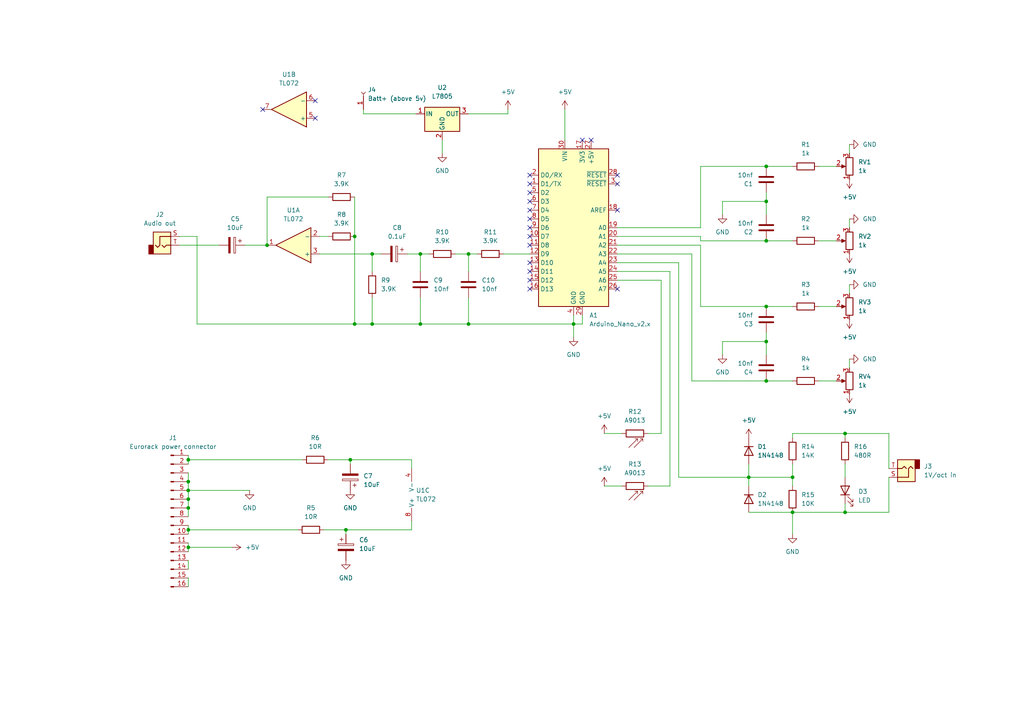
<source format=kicad_sch>
(kicad_sch (version 20211123) (generator eeschema)
  (paper "A4")
  (title_block (title "Mozzi Arduino Nano osc plateform") (date "2023-03-20") (rev "1.0") (company "made by e-garbage") (comment 1 "inspired by Hagiwo"))
  (lib_symbols
    (symbol "Amplifier_Operational:TL072" (pin_names (offset 0.127))
      (property "Reference" "U" (at 0 5.08 0))
      (property "Value" "TL072" (at 0 -5.08 0))
      (symbol "TL072_1_1"
        (polyline (pts (xy -5.08 5.08) (xy 5.08 0) (xy -5.08 -5.08) (xy -5.08 5.08)) (stroke (width 0.254)) (fill (type background)))
        (pin output line (at 7.62 0 180) (length 2.54) (name "~") (number "1"))
        (pin input line (at -7.62 -2.54 0) (length 2.54) (name "-") (number "2"))
        (pin input line (at -7.62 2.54 0) (length 2.54) (name "+") (number "3"))
      )
      (symbol "TL072_2_1"
        (polyline (pts (xy -5.08 5.08) (xy 5.08 0) (xy -5.08 -5.08) (xy -5.08 5.08)) (stroke (width 0.254)) (fill (type background)))
        (pin input line (at -7.62 2.54 0) (length 2.54) (name "+") (number "5"))
        (pin input line (at -7.62 -2.54 0) (length 2.54) (name "-") (number "6"))
        (pin output line (at 7.62 0 180) (length 2.54) (name "~") (number "7"))
      )
      (symbol "TL072_3_1"
        (pin power_in line (at -2.54 -7.62 90) (length 3.81) (name "V-") (number "4"))
        (pin power_in line (at -2.54 7.62 270) (length 3.81) (name "V+") (number "8"))
      )
    )
    (symbol "Connector:AudioJack2"
      (property "Reference" "J" (at 0 8.89 0))
      (property "Value" "AudioJack2" (at 0 6.35 0))
      (symbol "AudioJack2_0_1"
        (rectangle (start -3.81 0) (end -2.54 -2.54) (stroke (width 0.254)) (fill (type outline)))
        (rectangle (start -2.54 3.81) (end 2.54 -2.54) (stroke (width 0.254)) (fill (type background)))
        (polyline (pts (xy 0 0) (xy 0.635 -0.635) (xy 1.27 0) (xy 2.54 0)) (stroke (width 0.254)))
        (polyline (pts (xy 2.54 2.54) (xy -0.635 2.54) (xy -0.635 0) (xy -1.27 -0.635) (xy -1.905 0)) (stroke (width 0.254)))
      )
      (symbol "AudioJack2_1_1"
        (pin passive line (at 5.08 2.54 180) (length 2.54) (name "~") (number "S"))
        (pin passive line (at 5.08 0 180) (length 2.54) (name "~") (number "T"))
      )
    )
    (symbol "Connector:Conn_01x01_Female" (pin_names (offset 1.016) hide)
      (property "Reference" "J" (at 0 2.54 0))
      (property "Value" "Conn_01x01_Female" (at 0 -2.54 0))
      (symbol "Conn_01x01_Female_1_1"
        (polyline (pts (xy -1.27 0) (xy -0.508 0)) (stroke (width 0.1524)))
        (arc (start 0 0.508) (mid -0.508 0) (end 0 -0.508) (stroke (width 0.1524)))
        (pin passive line (at -5.08 0 0) (length 3.81) (name "Pin_1") (number "1"))
      )
    )
    (symbol "Connector:Conn_01x16_Male" (pin_names (offset 1.016) hide)
      (property "Reference" "J" (at 0 20.32 0))
      (property "Value" "Conn_01x16_Male" (at 0 -22.86 0))
      (symbol "Conn_01x16_Male_1_1"
        (polyline (pts (xy 1.27 -20.32) (xy 0.8636 -20.32)) (stroke (width 0.1524)))
        (polyline (pts (xy 1.27 -17.78) (xy 0.8636 -17.78)) (stroke (width 0.1524)))
        (polyline (pts (xy 1.27 -15.24) (xy 0.8636 -15.24)) (stroke (width 0.1524)))
        (polyline (pts (xy 1.27 -12.7) (xy 0.8636 -12.7)) (stroke (width 0.1524)))
        (polyline (pts (xy 1.27 -10.16) (xy 0.8636 -10.16)) (stroke (width 0.1524)))
        (polyline (pts (xy 1.27 -7.62) (xy 0.8636 -7.62)) (stroke (width 0.1524)))
        (polyline (pts (xy 1.27 -5.08) (xy 0.8636 -5.08)) (stroke (width 0.1524)))
        (polyline (pts (xy 1.27 -2.54) (xy 0.8636 -2.54)) (stroke (width 0.1524)))
        (polyline (pts (xy 1.27 0) (xy 0.8636 0)) (stroke (width 0.1524)))
        (polyline (pts (xy 1.27 2.54) (xy 0.8636 2.54)) (stroke (width 0.1524)))
        (polyline (pts (xy 1.27 5.08) (xy 0.8636 5.08)) (stroke (width 0.1524)))
        (polyline (pts (xy 1.27 7.62) (xy 0.8636 7.62)) (stroke (width 0.1524)))
        (polyline (pts (xy 1.27 10.16) (xy 0.8636 10.16)) (stroke (width 0.1524)))
        (polyline (pts (xy 1.27 12.7) (xy 0.8636 12.7)) (stroke (width 0.1524)))
        (polyline (pts (xy 1.27 15.24) (xy 0.8636 15.24)) (stroke (width 0.1524)))
        (polyline (pts (xy 1.27 17.78) (xy 0.8636 17.78)) (stroke (width 0.1524)))
        (rectangle (start 0.8636 -20.193) (end 0 -20.447) (stroke (width 0.1524)) (fill (type outline)))
        (rectangle (start 0.8636 -17.653) (end 0 -17.907) (stroke (width 0.1524)) (fill (type outline)))
        (rectangle (start 0.8636 -15.113) (end 0 -15.367) (stroke (width 0.1524)) (fill (type outline)))
        (rectangle (start 0.8636 -12.573) (end 0 -12.827) (stroke (width 0.1524)) (fill (type outline)))
        (rectangle (start 0.8636 -10.033) (end 0 -10.287) (stroke (width 0.1524)) (fill (type outline)))
        (rectangle (start 0.8636 -7.493) (end 0 -7.747) (stroke (width 0.1524)) (fill (type outline)))
        (rectangle (start 0.8636 -4.953) (end 0 -5.207) (stroke (width 0.1524)) (fill (type outline)))
        (rectangle (start 0.8636 -2.413) (end 0 -2.667) (stroke (width 0.1524)) (fill (type outline)))
        (rectangle (start 0.8636 0.127) (end 0 -0.127) (stroke (width 0.1524)) (fill (type outline)))
        (rectangle (start 0.8636 2.667) (end 0 2.413) (stroke (width 0.1524)) (fill (type outline)))
        (rectangle (start 0.8636 5.207) (end 0 4.953) (stroke (width 0.1524)) (fill (type outline)))
        (rectangle (start 0.8636 7.747) (end 0 7.493) (stroke (width 0.1524)) (fill (type outline)))
        (rectangle (start 0.8636 10.287) (end 0 10.033) (stroke (width 0.1524)) (fill (type outline)))
        (rectangle (start 0.8636 12.827) (end 0 12.573) (stroke (width 0.1524)) (fill (type outline)))
        (rectangle (start 0.8636 15.367) (end 0 15.113) (stroke (width 0.1524)) (fill (type outline)))
        (rectangle (start 0.8636 17.907) (end 0 17.653) (stroke (width 0.1524)) (fill (type outline)))
        (pin passive line (at 5.08 17.78 180) (length 3.81) (name "Pin_1") (number "1"))
        (pin passive line (at 5.08 -5.08 180) (length 3.81) (name "Pin_10") (number "10"))
        (pin passive line (at 5.08 -7.62 180) (length 3.81) (name "Pin_11") (number "11"))
        (pin passive line (at 5.08 -10.16 180) (length 3.81) (name "Pin_12") (number "12"))
        (pin passive line (at 5.08 -12.7 180) (length 3.81) (name "Pin_13") (number "13"))
        (pin passive line (at 5.08 -15.24 180) (length 3.81) (name "Pin_14") (number "14"))
        (pin passive line (at 5.08 -17.78 180) (length 3.81) (name "Pin_15") (number "15"))
        (pin passive line (at 5.08 -20.32 180) (length 3.81) (name "Pin_16") (number "16"))
        (pin passive line (at 5.08 15.24 180) (length 3.81) (name "Pin_2") (number "2"))
        (pin passive line (at 5.08 12.7 180) (length 3.81) (name "Pin_3") (number "3"))
        (pin passive line (at 5.08 10.16 180) (length 3.81) (name "Pin_4") (number "4"))
        (pin passive line (at 5.08 7.62 180) (length 3.81) (name "Pin_5") (number "5"))
        (pin passive line (at 5.08 5.08 180) (length 3.81) (name "Pin_6") (number "6"))
        (pin passive line (at 5.08 2.54 180) (length 3.81) (name "Pin_7") (number "7"))
        (pin passive line (at 5.08 0 180) (length 3.81) (name "Pin_8") (number "8"))
        (pin passive line (at 5.08 -2.54 180) (length 3.81) (name "Pin_9") (number "9"))
      )
    )
    (symbol "Device:C" (pin_numbers hide) (pin_names (offset 0.254))
      (property "Reference" "C" (at 0.635 2.54 0))
      (property "Value" "C" (at 0.635 -2.54 0))
      (symbol "C_0_1"
        (polyline (pts (xy -2.032 -0.762) (xy 2.032 -0.762)) (stroke (width 0.508)))
        (polyline (pts (xy -2.032 0.762) (xy 2.032 0.762)) (stroke (width 0.508)))
      )
      (symbol "C_1_1"
        (pin passive line (at 0 3.81 270) (length 2.794) (name "~") (number "1"))
        (pin passive line (at 0 -3.81 90) (length 2.794) (name "~") (number "2"))
      )
    )
    (symbol "Device:C_Polarized" (pin_numbers hide) (pin_names (offset 0.254))
      (property "Reference" "C" (at 0.635 2.54 0))
      (property "Value" "C_Polarized" (at 0.635 -2.54 0))
      (symbol "C_Polarized_0_1"
        (rectangle (start -2.286 0.508) (end 2.286 1.016))
        (polyline (pts (xy -1.778 2.286) (xy -0.762 2.286)))
        (polyline (pts (xy -1.27 2.794) (xy -1.27 1.778)))
        (rectangle (start 2.286 -0.508) (end -2.286 -1.016) (fill (type outline)))
      )
      (symbol "C_Polarized_1_1"
        (pin passive line (at 0 3.81 270) (length 2.794) (name "~") (number "1"))
        (pin passive line (at 0 -3.81 90) (length 2.794) (name "~") (number "2"))
      )
    )
    (symbol "Device:LED" (pin_numbers hide) (pin_names (offset 1.016) hide)
      (property "Reference" "D" (at 0 2.54 0))
      (property "Value" "LED" (at 0 -2.54 0))
      (symbol "LED_0_1"
        (polyline (pts (xy -1.27 -1.27) (xy -1.27 1.27)) (stroke (width 0.254)))
        (polyline (pts (xy -1.27 0) (xy 1.27 0)))
        (polyline (pts (xy 1.27 -1.27) (xy 1.27 1.27) (xy -1.27 0) (xy 1.27 -1.27)) (stroke (width 0.254)))
        (polyline (pts (xy -3.048 -0.762) (xy -4.572 -2.286) (xy -3.81 -2.286) (xy -4.572 -2.286) (xy -4.572 -1.524)))
        (polyline (pts (xy -1.778 -0.762) (xy -3.302 -2.286) (xy -2.54 -2.286) (xy -3.302 -2.286) (xy -3.302 -1.524)))
      )
      (symbol "LED_1_1"
        (pin passive line (at -3.81 0 0) (length 2.54) (name "K") (number "1"))
        (pin passive line (at 3.81 0 180) (length 2.54) (name "A") (number "2"))
      )
    )
    (symbol "Device:R" (pin_numbers hide) (pin_names (offset 0))
      (property "Reference" "R" (at 2.032 0 90))
      (property "Value" "R" (at 0 0 90))
      (symbol "R_0_1"
        (rectangle (start -1.016 -2.54) (end 1.016 2.54) (stroke (width 0.254)))
      )
      (symbol "R_1_1"
        (pin passive line (at 0 3.81 270) (length 1.27) (name "~") (number "1"))
        (pin passive line (at 0 -3.81 90) (length 1.27) (name "~") (number "2"))
      )
    )
    (symbol "Device:R_Potentiometer" (pin_names (offset 1.016) hide)
      (property "Reference" "RV" (at -4.445 0 90))
      (property "Value" "R_Potentiometer" (at -2.54 0 90))
      (symbol "R_Potentiometer_0_1"
        (polyline (pts (xy 2.54 0) (xy 1.524 0)))
        (polyline (pts (xy 1.143 0) (xy 2.286 0.508) (xy 2.286 -0.508) (xy 1.143 0)) (fill (type outline)))
        (rectangle (start 1.016 2.54) (end -1.016 -2.54) (stroke (width 0.254)))
      )
      (symbol "R_Potentiometer_1_1"
        (pin passive line (at 0 3.81 270) (length 1.27) (name "1") (number "1"))
        (pin passive line (at 3.81 0 180) (length 1.27) (name "2") (number "2"))
        (pin passive line (at 0 -3.81 90) (length 1.27) (name "3") (number "3"))
      )
    )
    (symbol "Diode:1N4148" (pin_numbers hide) (pin_names hide)
      (property "Reference" "D" (at 0 2.54 0))
      (property "Value" "1N4148" (at 0 -2.54 0))
      (symbol "1N4148_0_1"
        (polyline (pts (xy -1.27 1.27) (xy -1.27 -1.27)) (stroke (width 0.254)))
        (polyline (pts (xy 1.27 0) (xy -1.27 0)))
        (polyline (pts (xy 1.27 1.27) (xy 1.27 -1.27) (xy -1.27 0) (xy 1.27 1.27)) (stroke (width 0.254)))
      )
      (symbol "1N4148_1_1"
        (pin passive line (at -3.81 0 0) (length 2.54) (name "K") (number "1"))
        (pin passive line (at 3.81 0 180) (length 2.54) (name "A") (number "2"))
      )
    )
    (symbol "MCU_Module:Arduino_Nano_v2.x"
      (property "Reference" "A" (at -10.16 23.495 0))
      (property "Value" "Arduino_Nano_v2.x" (at 5.08 -24.13 0))
      (symbol "Arduino_Nano_v2.x_0_1"
        (rectangle (start -10.16 22.86) (end 10.16 -22.86) (stroke (width 0.254)) (fill (type background)))
      )
      (symbol "Arduino_Nano_v2.x_1_1"
        (pin bidirectional line (at -12.7 12.7 0) (length 2.54) (name "D1/TX") (number "1"))
        (pin bidirectional line (at -12.7 -2.54 0) (length 2.54) (name "D7") (number "10"))
        (pin bidirectional line (at -12.7 -5.08 0) (length 2.54) (name "D8") (number "11"))
        (pin bidirectional line (at -12.7 -7.62 0) (length 2.54) (name "D9") (number "12"))
        (pin bidirectional line (at -12.7 -10.16 0) (length 2.54) (name "D10") (number "13"))
        (pin bidirectional line (at -12.7 -12.7 0) (length 2.54) (name "D11") (number "14"))
        (pin bidirectional line (at -12.7 -15.24 0) (length 2.54) (name "D12") (number "15"))
        (pin bidirectional line (at -12.7 -17.78 0) (length 2.54) (name "D13") (number "16"))
        (pin power_out line (at 2.54 25.4 270) (length 2.54) (name "3V3") (number "17"))
        (pin input line (at 12.7 5.08 180) (length 2.54) (name "AREF") (number "18"))
        (pin bidirectional line (at 12.7 0 180) (length 2.54) (name "A0") (number "19"))
        (pin bidirectional line (at -12.7 15.24 0) (length 2.54) (name "D0/RX") (number "2"))
        (pin bidirectional line (at 12.7 -2.54 180) (length 2.54) (name "A1") (number "20"))
        (pin bidirectional line (at 12.7 -5.08 180) (length 2.54) (name "A2") (number "21"))
        (pin bidirectional line (at 12.7 -7.62 180) (length 2.54) (name "A3") (number "22"))
        (pin bidirectional line (at 12.7 -10.16 180) (length 2.54) (name "A4") (number "23"))
        (pin bidirectional line (at 12.7 -12.7 180) (length 2.54) (name "A5") (number "24"))
        (pin bidirectional line (at 12.7 -15.24 180) (length 2.54) (name "A6") (number "25"))
        (pin bidirectional line (at 12.7 -17.78 180) (length 2.54) (name "A7") (number "26"))
        (pin power_out line (at 5.08 25.4 270) (length 2.54) (name "+5V") (number "27"))
        (pin input line (at 12.7 15.24 180) (length 2.54) (name "~{RESET}") (number "28"))
        (pin power_in line (at 2.54 -25.4 90) (length 2.54) (name "GND") (number "29"))
        (pin input line (at 12.7 12.7 180) (length 2.54) (name "~{RESET}") (number "3"))
        (pin power_in line (at -2.54 25.4 270) (length 2.54) (name "VIN") (number "30"))
        (pin power_in line (at 0 -25.4 90) (length 2.54) (name "GND") (number "4"))
        (pin bidirectional line (at -12.7 10.16 0) (length 2.54) (name "D2") (number "5"))
        (pin bidirectional line (at -12.7 7.62 0) (length 2.54) (name "D3") (number "6"))
        (pin bidirectional line (at -12.7 5.08 0) (length 2.54) (name "D4") (number "7"))
        (pin bidirectional line (at -12.7 2.54 0) (length 2.54) (name "D5") (number "8"))
        (pin bidirectional line (at -12.7 0 0) (length 2.54) (name "D6") (number "9"))
      )
    )
    (symbol "Regulator_Linear:L7805" (pin_names (offset 0.254))
      (property "Reference" "U" (at -3.81 3.175 0))
      (property "Value" "L7805" (at 0 3.175 0))
      (symbol "L7805_0_1"
        (rectangle (start -5.08 1.905) (end 5.08 -5.08) (stroke (width 0.254)) (fill (type background)))
      )
      (symbol "L7805_1_1"
        (pin power_in line (at -7.62 0 0) (length 2.54) (name "IN") (number "1"))
        (pin power_in line (at 0 -7.62 90) (length 2.54) (name "GND") (number "2"))
        (pin power_out line (at 7.62 0 180) (length 2.54) (name "OUT") (number "3"))
      )
    )
    (symbol "Sensor_Optical:A9013" (pin_numbers hide) (pin_names (offset 0))
      (property "Reference" "R" (at -5.08 0 90))
      (property "Value" "A9013" (at 1.905 0 90))
      (symbol "A9013_0_1"
        (rectangle (start -1.016 2.54) (end 1.016 -2.54) (stroke (width 0.254)))
        (polyline (pts (xy -1.524 -2.286) (xy -4.064 0.254)))
        (polyline (pts (xy -1.524 -2.286) (xy -2.286 -2.286)))
        (polyline (pts (xy -1.524 -2.286) (xy -1.524 -1.524)))
        (polyline (pts (xy -1.524 -0.762) (xy -4.064 1.778)))
        (polyline (pts (xy -1.524 -0.762) (xy -2.286 -0.762)))
        (polyline (pts (xy -1.524 -0.762) (xy -1.524 0)))
      )
      (symbol "A9013_1_1"
        (pin passive line (at 0 3.81 270) (length 1.27) (name "~") (number "1"))
        (pin passive line (at 0 -3.81 90) (length 1.27) (name "~") (number "2"))
      )
    )
    (symbol "power:+5V" (power) (pin_names (offset 0))
      (property "Value" "+5V" (at 0 3.556 0))
      (symbol "+5V_0_1"
        (polyline (pts (xy -0.762 1.27) (xy 0 2.54)))
        (polyline (pts (xy 0 0) (xy 0 2.54)))
        (polyline (pts (xy 0 2.54) (xy 0.762 1.27)))
      )
      (symbol "+5V_1_1"
        (pin power_in line (at 0 0 90) (length 0) hide (name "+5V") (number "1"))
      )
    )
    (symbol "power:GND" (power) (pin_names (offset 0))
      (property "Value" "GND" (at 0 -3.81 0))
      (symbol "GND_0_1"
        (polyline (pts (xy 0 0) (xy 0 -1.27) (xy 1.27 -1.27) (xy 0 -2.54) (xy -1.27 -1.27) (xy 0 -1.27)))
      )
      (symbol "GND_1_1"
        (pin power_in line (at 0 0 270) (length 0) hide (name "GND") (number "1"))
      )
    )
  )
  (junction (at 54.61 133.35))
  (junction (at 107.95 73.66))
  (junction (at 54.61 153.67))
  (junction (at 245.11 125.73))
  (junction (at 77.47 71.12))
  (junction (at 101.6 133.35))
  (junction (at 135.89 73.66))
  (junction (at 166.37 93.98))
  (junction (at 54.61 142.24))
  (junction (at 222.25 58.42))
  (junction (at 54.61 139.7))
  (junction (at 102.87 68.58))
  (junction (at 222.25 48.26))
  (junction (at 107.95 93.98))
  (junction (at 229.87 148.59))
  (junction (at 121.92 93.98))
  (junction (at 222.25 110.49))
  (junction (at 54.61 158.75))
  (junction (at 100.33 153.67))
  (junction (at 54.61 147.32))
  (junction (at 102.87 93.98))
  (junction (at 222.25 99.06))
  (junction (at 217.17 138.43))
  (junction (at 245.11 148.59))
  (junction (at 222.25 69.85))
  (junction (at 135.89 93.98))
  (junction (at 229.87 138.43))
  (junction (at 121.92 73.66))
  (junction (at 54.61 144.78))
  (junction (at 222.25 88.9))
  (no_connect (at 153.67 76.2))
  (no_connect (at 153.67 55.88))
  (no_connect (at 76.2 31.75))
  (no_connect (at 153.67 66.04))
  (no_connect (at 153.67 50.8))
  (no_connect (at 153.67 53.34))
  (no_connect (at 153.67 71.12))
  (no_connect (at 179.07 50.8))
  (no_connect (at 153.67 83.82))
  (no_connect (at 153.67 78.74))
  (no_connect (at 179.07 53.34))
  (no_connect (at 153.67 58.42))
  (no_connect (at 171.45 40.64))
  (no_connect (at 91.44 29.21))
  (no_connect (at 168.91 40.64))
  (no_connect (at 179.07 60.96))
  (no_connect (at 91.44 34.29))
  (no_connect (at 153.67 60.96))
  (no_connect (at 179.07 83.82))
  (no_connect (at 153.67 68.58))
  (no_connect (at 153.67 81.28))
  (no_connect (at 153.67 63.5))
  (wire (pts (xy 54.61 162.56) (xy 54.61 165.1)))
  (wire (pts (xy 222.25 69.85) (xy 229.87 69.85)))
  (wire (pts (xy 237.49 110.49) (xy 242.57 110.49)))
  (wire (pts (xy 245.11 125.73) (xy 257.81 125.73)))
  (wire (pts (xy 209.55 58.42) (xy 209.55 62.23)))
  (wire (pts (xy 54.61 137.16) (xy 54.61 139.7)))
  (wire (pts (xy 222.25 110.49) (xy 200.66 110.49)))
  (wire (pts (xy 100.33 153.67) (xy 119.38 153.67)))
  (wire (pts (xy 187.96 125.73) (xy 191.77 125.73)))
  (wire (pts (xy 107.95 73.66) (xy 107.95 78.74)))
  (wire (pts (xy 135.89 73.66) (xy 138.43 73.66)))
  (wire (pts (xy 54.61 152.4) (xy 54.61 153.67)))
  (wire (pts (xy 229.87 138.43) (xy 229.87 140.97)))
  (wire (pts (xy 54.61 167.64) (xy 54.61 170.18)))
  (wire (pts (xy 257.81 138.43) (xy 257.81 148.59)))
  (wire (pts (xy 237.49 88.9) (xy 242.57 88.9)))
  (wire (pts (xy 203.2 48.26) (xy 203.2 66.04)))
  (wire (pts (xy 237.49 48.26) (xy 242.57 48.26)))
  (wire (pts (xy 222.25 69.85) (xy 203.2 69.85)))
  (wire (pts (xy 229.87 125.73) (xy 229.87 127)))
  (wire (pts (xy 54.61 132.08) (xy 54.61 133.35)))
  (wire (pts (xy 175.26 140.97) (xy 180.34 140.97)))
  (wire (pts (xy 203.2 66.04) (xy 179.07 66.04)))
  (wire (pts (xy 217.17 134.62) (xy 217.17 138.43)))
  (wire (pts (xy 121.92 73.66) (xy 124.46 73.66)))
  (wire (pts (xy 52.07 71.12) (xy 63.5 71.12)))
  (wire (pts (xy 222.25 58.42) (xy 209.55 58.42)))
  (wire (pts (xy 107.95 93.98) (xy 107.95 86.36)))
  (wire (pts (xy 191.77 81.28) (xy 191.77 125.73)))
  (wire (pts (xy 54.61 153.67) (xy 86.36 153.67)))
  (wire (pts (xy 121.92 73.66) (xy 121.92 78.74)))
  (wire (pts (xy 54.61 158.75) (xy 54.61 160.02)))
  (wire (pts (xy 54.61 157.48) (xy 54.61 158.75)))
  (wire (pts (xy 71.12 71.12) (xy 77.47 71.12)))
  (wire (pts (xy 95.25 57.15) (xy 77.47 57.15)))
  (wire (pts (xy 237.49 69.85) (xy 242.57 69.85)))
  (wire (pts (xy 222.25 110.49) (xy 229.87 110.49)))
  (wire (pts (xy 168.91 91.44) (xy 168.91 93.98)))
  (wire (pts (xy 92.71 73.66) (xy 107.95 73.66)))
  (wire (pts (xy 102.87 57.15) (xy 102.87 68.58)))
  (wire (pts (xy 229.87 125.73) (xy 245.11 125.73)))
  (wire (pts (xy 257.81 125.73) (xy 257.81 135.89)))
  (wire (pts (xy 92.71 68.58) (xy 95.25 68.58)))
  (wire (pts (xy 179.07 71.12) (xy 203.2 71.12)))
  (wire (pts (xy 119.38 133.35) (xy 119.38 135.89)))
  (wire (pts (xy 147.32 33.02) (xy 147.32 31.75)))
  (wire (pts (xy 222.25 96.52) (xy 222.25 99.06)))
  (wire (pts (xy 57.15 68.58) (xy 57.15 93.98)))
  (wire (pts (xy 54.61 133.35) (xy 54.61 134.62)))
  (wire (pts (xy 222.25 99.06) (xy 209.55 99.06)))
  (wire (pts (xy 196.85 138.43) (xy 217.17 138.43)))
  (wire (pts (xy 135.89 86.36) (xy 135.89 93.98)))
  (wire (pts (xy 57.15 93.98) (xy 102.87 93.98)))
  (wire (pts (xy 54.61 133.35) (xy 87.63 133.35)))
  (wire (pts (xy 54.61 142.24) (xy 54.61 144.78)))
  (wire (pts (xy 54.61 153.67) (xy 54.61 154.94)))
  (wire (pts (xy 107.95 73.66) (xy 110.49 73.66)))
  (wire (pts (xy 93.98 153.67) (xy 100.33 153.67)))
  (wire (pts (xy 121.92 86.36) (xy 121.92 93.98)))
  (wire (pts (xy 203.2 69.85) (xy 203.2 68.58)))
  (wire (pts (xy 54.61 142.24) (xy 72.39 142.24)))
  (wire (pts (xy 118.11 73.66) (xy 121.92 73.66)))
  (wire (pts (xy 245.11 148.59) (xy 229.87 148.59)))
  (wire (pts (xy 222.25 88.9) (xy 203.2 88.9)))
  (wire (pts (xy 100.33 153.67) (xy 100.33 154.94)))
  (wire (pts (xy 95.25 133.35) (xy 101.6 133.35)))
  (wire (pts (xy 135.89 93.98) (xy 166.37 93.98)))
  (wire (pts (xy 222.25 58.42) (xy 222.25 62.23)))
  (wire (pts (xy 52.07 68.58) (xy 57.15 68.58)))
  (wire (pts (xy 54.61 144.78) (xy 54.61 147.32)))
  (wire (pts (xy 222.25 48.26) (xy 203.2 48.26)))
  (wire (pts (xy 166.37 93.98) (xy 166.37 97.79)))
  (wire (pts (xy 229.87 134.62) (xy 229.87 138.43)))
  (wire (pts (xy 132.08 73.66) (xy 135.89 73.66)))
  (wire (pts (xy 194.31 78.74) (xy 194.31 140.97)))
  (wire (pts (xy 105.41 33.02) (xy 105.41 31.75)))
  (wire (pts (xy 54.61 139.7) (xy 54.61 142.24)))
  (wire (pts (xy 245.11 146.05) (xy 245.11 148.59)))
  (wire (pts (xy 203.2 68.58) (xy 179.07 68.58)))
  (wire (pts (xy 246.38 82.55) (xy 246.38 85.09)))
  (wire (pts (xy 119.38 153.67) (xy 119.38 151.13)))
  (wire (pts (xy 179.07 81.28) (xy 191.77 81.28)))
  (wire (pts (xy 246.38 104.14) (xy 246.38 106.68)))
  (wire (pts (xy 135.89 93.98) (xy 121.92 93.98)))
  (wire (pts (xy 135.89 33.02) (xy 147.32 33.02)))
  (wire (pts (xy 246.38 41.91) (xy 246.38 44.45)))
  (wire (pts (xy 203.2 71.12) (xy 203.2 88.9)))
  (wire (pts (xy 245.11 125.73) (xy 245.11 127)))
  (wire (pts (xy 101.6 133.35) (xy 119.38 133.35)))
  (wire (pts (xy 179.07 76.2) (xy 196.85 76.2)))
  (wire (pts (xy 246.38 63.5) (xy 246.38 66.04)))
  (wire (pts (xy 217.17 148.59) (xy 229.87 148.59)))
  (wire (pts (xy 168.91 93.98) (xy 166.37 93.98)))
  (wire (pts (xy 121.92 93.98) (xy 107.95 93.98)))
  (wire (pts (xy 187.96 140.97) (xy 194.31 140.97)))
  (wire (pts (xy 222.25 99.06) (xy 222.25 102.87)))
  (wire (pts (xy 222.25 55.88) (xy 222.25 58.42)))
  (wire (pts (xy 222.25 48.26) (xy 229.87 48.26)))
  (wire (pts (xy 217.17 138.43) (xy 217.17 140.97)))
  (wire (pts (xy 102.87 68.58) (xy 102.87 93.98)))
  (wire (pts (xy 196.85 76.2) (xy 196.85 138.43)))
  (wire (pts (xy 200.66 73.66) (xy 200.66 110.49)))
  (wire (pts (xy 257.81 148.59) (xy 245.11 148.59)))
  (wire (pts (xy 166.37 91.44) (xy 166.37 93.98)))
  (wire (pts (xy 135.89 73.66) (xy 135.89 78.74)))
  (wire (pts (xy 229.87 148.59) (xy 229.87 154.94)))
  (wire (pts (xy 120.65 33.02) (xy 105.41 33.02)))
  (wire (pts (xy 54.61 147.32) (xy 54.61 149.86)))
  (wire (pts (xy 179.07 78.74) (xy 194.31 78.74)))
  (wire (pts (xy 77.47 57.15) (xy 77.47 71.12)))
  (wire (pts (xy 54.61 158.75) (xy 67.31 158.75)))
  (wire (pts (xy 128.27 40.64) (xy 128.27 44.45)))
  (wire (pts (xy 175.26 125.73) (xy 180.34 125.73)))
  (wire (pts (xy 102.87 93.98) (xy 107.95 93.98)))
  (wire (pts (xy 209.55 99.06) (xy 209.55 102.87)))
  (wire (pts (xy 217.17 138.43) (xy 229.87 138.43)))
  (wire (pts (xy 101.6 133.35) (xy 101.6 134.62)))
  (wire (pts (xy 179.07 73.66) (xy 200.66 73.66)))
  (wire (pts (xy 245.11 134.62) (xy 245.11 138.43)))
  (wire (pts (xy 146.05 73.66) (xy 153.67 73.66)))
  (wire (pts (xy 163.83 31.75) (xy 163.83 40.64)))
  (wire (pts (xy 222.25 88.9) (xy 229.87 88.9)))
  (symbol (lib_id "Device:R") (at 233.68 69.85 90) (unit 1)
    (property "Reference" "R2" (at 233.68 63.5 90))
    (property "Value" "1k" (at 233.68 66.04 90))
    (property "Footprint" "Resistor_THT:R_Axial_DIN0207_L6.3mm_D2.5mm_P7.62mm_Horizontal" (effects hide))
  )
  (symbol (lib_id "power:GND") (at 209.55 62.23 0) (unit 1)
    (property "Reference" "#PWR0109" (effects hide))
    (property "Value" "GND" (at 209.55 67.31 0))
  )
  (symbol (lib_id "Device:R") (at 90.17 153.67 90) (unit 1)
    (property "Reference" "R5" (at 90.17 147.32 90))
    (property "Value" "10R" (at 90.17 149.86 90))
    (property "Footprint" "Resistor_THT:R_Axial_DIN0207_L6.3mm_D2.5mm_P7.62mm_Horizontal" (effects hide))
  )
  (symbol (lib_id "Device:R") (at 233.68 88.9 90) (unit 1)
    (property "Reference" "R3" (at 233.68 82.55 90))
    (property "Value" "1k" (at 233.68 85.09 90))
    (property "Footprint" "Resistor_THT:R_Axial_DIN0207_L6.3mm_D2.5mm_P7.62mm_Horizontal" (effects hide))
  )
  (symbol (lib_id "power:+5V") (at 175.26 140.97 0) (unit 1)
    (property "Reference" "#PWR04" (effects hide))
    (property "Value" "+5V" (at 175.26 135.89 0))
  )
  (symbol (lib_id "Sensor_Optical:A9013") (at 184.15 125.73 90) (unit 1)
    (property "Reference" "R12" (at 184.15 119.38 90))
    (property "Value" "A9013" (at 184.15 121.92 90))
    (property "Footprint" "OptoDevice:R_LDR_5.0x4.1mm_P3mm_Vertical" (effects hide))
    (property "Datasheet" "http://www.produktinfo.conrad.com/datenblaetter/125000-149999/145475-da-01-en-FOTOWIDERSTAND_A_9060_A_9013.pdf" (effects hide))
  )
  (symbol (lib_id "Device:C_Polarized") (at 101.6 138.43 180) (unit 1)
    (property "Reference" "C7" (at 105.41 138.0489 0) (effects (justify right)))
    (property "Value" "10uF" (at 105.41 140.5889 0) (effects (justify right)))
    (property "Footprint" "Capacitor_THT:CP_Radial_D4.0mm_P2.00mm" (effects hide))
  )
  (symbol (lib_id "power:+5V") (at 175.26 125.73 0) (unit 1)
    (property "Reference" "#PWR03" (effects hide))
    (property "Value" "+5V" (at 175.26 120.65 0))
  )
  (symbol (lib_id "Connector:AudioJack2") (at 46.99 71.12 0) (unit 1)
    (property "Reference" "J2" (at 46.355 62.23 0))
    (property "Value" "Audio out" (at 46.355 64.77 0))
    (property "Footprint" "footprints:PinHeader_1x02_P2.54mm_Vertical_Audio_out" (effects hide))
  )
  (symbol (lib_id "power:GND") (at 246.38 104.14 90) (unit 1)
    (property "Reference" "#PWR0105" (effects hide))
    (property "Value" "GND" (at 250.19 104.1399 90) (effects (justify right)))
  )
  (symbol (lib_id "power:+5V") (at 217.17 127 0) (unit 1)
    (property "Reference" "#PWR05" (effects hide))
    (property "Value" "+5V" (at 217.17 121.92 0))
  )
  (symbol (lib_id "power:+5V") (at 246.38 114.3 180) (unit 1)
    (property "Reference" "#PWR0104" (effects hide))
    (property "Value" "+5V" (at 246.38 119.38 0))
  )
  (symbol (lib_id "Device:LED") (at 245.11 142.24 90) (unit 1)
    (property "Reference" "D3" (at 248.92 142.5574 90) (effects (justify right)))
    (property "Value" "LED" (at 248.92 145.0974 90) (effects (justify right)))
    (property "Footprint" "LED_THT:LED_D5.0mm_Clear" (effects hide))
  )
  (symbol (lib_id "Device:R") (at 233.68 110.49 90) (unit 1)
    (property "Reference" "R4" (at 233.68 104.14 90))
    (property "Value" "1k" (at 233.68 106.68 90))
    (property "Footprint" "Resistor_THT:R_Axial_DIN0207_L6.3mm_D2.5mm_P7.62mm_Horizontal" (effects hide))
  )
  (symbol (lib_id "Device:R") (at 142.24 73.66 90) (unit 1)
    (property "Reference" "R11" (at 142.24 67.31 90))
    (property "Value" "3.9K" (at 142.24 69.85 90))
    (property "Footprint" "Resistor_THT:R_Axial_DIN0207_L6.3mm_D2.5mm_P7.62mm_Horizontal" (effects hide))
  )
  (symbol (lib_id "Connector:Conn_01x01_Female") (at 105.41 26.67 90) (unit 1)
    (property "Reference" "J4" (at 106.68 26.0349 90) (effects (justify right)))
    (property "Value" "Batt+ (above 5v)" (at 106.68 28.5749 90) (effects (justify right)))
    (property "Footprint" "Connector_PinHeader_2.54mm:PinHeader_1x01_P2.54mm_Vertical" (effects hide))
  )
  (symbol (lib_id "Device:R") (at 91.44 133.35 90) (unit 1)
    (property "Reference" "R6" (at 91.44 127 90))
    (property "Value" "10R" (at 91.44 129.54 90))
    (property "Footprint" "Resistor_THT:R_Axial_DIN0207_L6.3mm_D2.5mm_P7.62mm_Horizontal" (effects hide))
  )
  (symbol (lib_id "power:GND") (at 101.6 142.24 0) (unit 1)
    (property "Reference" "#PWR02" (effects hide))
    (property "Value" "GND" (at 101.6 147.32 0))
  )
  (symbol (lib_id "Device:R_Potentiometer") (at 246.38 110.49 180) (unit 1)
    (property "Reference" "RV4" (at 248.92 109.2199 0) (effects (justify right)))
    (property "Value" "1k" (at 248.92 111.7599 0) (effects (justify right)))
    (property "Footprint" "Connector_PinHeader_2.54mm:PinHeader_1x03_P2.54mm_Vertical" (effects hide))
  )
  (symbol (lib_id "Connector:AudioJack2") (at 262.89 135.89 180) (unit 1)
    (property "Reference" "J3" (at 267.97 135.2549 0) (effects (justify right)))
    (property "Value" "1V/oct in" (at 267.97 137.7949 0) (effects (justify right)))
    (property "Footprint" "footprints:PinHeader_1x02_P2.54mm_Vertical_Audio_out" (effects hide))
  )
  (symbol (lib_id "power:+5V") (at 67.31 158.75 270) (unit 1)
    (property "Reference" "#PWR0113" (effects hide))
    (property "Value" "+5V" (at 71.12 158.7499 90) (effects (justify left)))
  )
  (symbol (lib_id "power:+5V") (at 147.32 31.75 0) (unit 1)
    (property "Reference" "#PWR0117" (effects hide))
    (property "Value" "+5V" (at 147.32 26.67 0))
  )
  (symbol (lib_id "Device:C") (at 135.89 82.55 0) (unit 1)
    (property "Reference" "C10" (at 139.7 81.2799 0) (effects (justify left)))
    (property "Value" "10nf" (at 139.7 83.8199 0) (effects (justify left)))
    (property "Footprint" "Capacitor_THT:C_Disc_D3.0mm_W1.6mm_P2.50mm" (effects hide))
  )
  (symbol (lib_id "Device:R") (at 229.87 130.81 180) (unit 1)
    (property "Reference" "R14" (at 232.41 129.5399 0) (effects (justify right)))
    (property "Value" "14K" (at 232.41 132.0799 0) (effects (justify right)))
    (property "Footprint" "Resistor_THT:R_Axial_DIN0207_L6.3mm_D2.5mm_P7.62mm_Horizontal" (effects hide))
  )
  (symbol (lib_id "Diode:1N4148") (at 217.17 130.81 270) (unit 1)
    (property "Reference" "D1" (at 219.71 129.5399 90) (effects (justify left)))
    (property "Value" "1N4148" (at 219.71 132.0799 90) (effects (justify left)))
    (property "Footprint" "Diode_THT:D_DO-35_SOD27_P7.62mm_Horizontal" (effects hide))
    (property "Datasheet" "https://assets.nexperia.com/documents/data-sheet/1N4148_1N4448.pdf" (effects hide))
  )
  (symbol (lib_id "Device:R") (at 229.87 144.78 180) (unit 1)
    (property "Reference" "R15" (at 232.41 143.5099 0) (effects (justify right)))
    (property "Value" "10K" (at 232.41 146.0499 0) (effects (justify right)))
    (property "Footprint" "Resistor_THT:R_Axial_DIN0207_L6.3mm_D2.5mm_P7.62mm_Horizontal" (effects hide))
  )
  (symbol (lib_id "Device:C") (at 222.25 66.04 180) (unit 1)
    (property "Reference" "C2" (at 218.44 67.3101 0) (effects (justify left)))
    (property "Value" "10nf" (at 218.44 64.7701 0) (effects (justify left)))
    (property "Footprint" "Capacitor_THT:C_Disc_D3.0mm_W1.6mm_P2.50mm" (effects hide))
  )
  (symbol (lib_id "Device:R_Potentiometer") (at 246.38 69.85 180) (unit 1)
    (property "Reference" "RV2" (at 248.92 68.5799 0) (effects (justify right)))
    (property "Value" "1k" (at 248.92 71.1199 0) (effects (justify right)))
    (property "Footprint" "Connector_PinHeader_2.54mm:PinHeader_1x03_P2.54mm_Vertical" (effects hide))
  )
  (symbol (lib_id "Device:R") (at 107.95 82.55 180) (unit 1)
    (property "Reference" "R9" (at 110.49 81.2799 0) (effects (justify right)))
    (property "Value" "3.9K" (at 110.49 83.8199 0) (effects (justify right)))
    (property "Footprint" "Resistor_THT:R_Axial_DIN0207_L6.3mm_D2.5mm_P7.62mm_Horizontal" (effects hide))
  )
  (symbol (lib_id "Amplifier_Operational:TL072") (at 116.84 143.51 180) (unit 3)
    (property "Reference" "U1" (at 120.65 142.2399 0) (effects (justify right)))
    (property "Value" "TL072" (at 120.65 144.7799 0) (effects (justify right)))
    (property "Footprint" "Package_DIP:DIP-8_W10.16mm" (effects hide))
    (property "Datasheet" "http://www.ti.com/lit/ds/symlink/tl071.pdf" (effects hide))
  )
  (symbol (lib_id "Sensor_Optical:A9013") (at 184.15 140.97 90) (unit 1)
    (property "Reference" "R13" (at 184.15 134.62 90))
    (property "Value" "A9013" (at 184.15 137.16 90))
    (property "Footprint" "OptoDevice:R_LDR_5.0x4.1mm_P3mm_Vertical" (effects hide))
    (property "Datasheet" "http://www.produktinfo.conrad.com/datenblaetter/125000-149999/145475-da-01-en-FOTOWIDERSTAND_A_9060_A_9013.pdf" (effects hide))
  )
  (symbol (lib_id "Amplifier_Operational:TL072") (at 85.09 71.12 180) (unit 1)
    (property "Reference" "U1" (at 85.09 60.96 0))
    (property "Value" "TL072" (at 85.09 63.5 0))
    (property "Footprint" "Package_DIP:DIP-8_W10.16mm" (effects hide))
    (property "Datasheet" "http://www.ti.com/lit/ds/symlink/tl071.pdf" (effects hide))
  )
  (symbol (lib_id "power:GND") (at 128.27 44.45 0) (unit 1)
    (property "Reference" "#PWR0111" (effects hide))
    (property "Value" "GND" (at 128.27 49.53 0))
  )
  (symbol (lib_id "Device:R") (at 128.27 73.66 90) (unit 1)
    (property "Reference" "R10" (at 128.27 67.31 90))
    (property "Value" "3.9K" (at 128.27 69.85 90))
    (property "Footprint" "Resistor_THT:R_Axial_DIN0207_L6.3mm_D2.5mm_P7.62mm_Horizontal" (effects hide))
  )
  (symbol (lib_id "Device:R_Potentiometer") (at 246.38 88.9 180) (unit 1)
    (property "Reference" "RV3" (at 248.92 87.6299 0) (effects (justify right)))
    (property "Value" "1k" (at 248.92 90.1699 0) (effects (justify right)))
    (property "Footprint" "Connector_PinHeader_2.54mm:PinHeader_1x03_P2.54mm_Vertical" (effects hide))
  )
  (symbol (lib_id "Device:R") (at 99.06 68.58 90) (unit 1)
    (property "Reference" "R8" (at 99.06 62.23 90))
    (property "Value" "3.9K" (at 99.06 64.77 90))
    (property "Footprint" "Resistor_THT:R_Axial_DIN0207_L6.3mm_D2.5mm_P7.62mm_Horizontal" (effects hide))
  )
  (symbol (lib_id "Diode:1N4148") (at 217.17 144.78 270) (unit 1)
    (property "Reference" "D2" (at 219.71 143.5099 90) (effects (justify left)))
    (property "Value" "1N4148" (at 219.71 146.0499 90) (effects (justify left)))
    (property "Footprint" "Diode_THT:D_DO-35_SOD27_P7.62mm_Horizontal" (effects hide))
    (property "Datasheet" "https://assets.nexperia.com/documents/data-sheet/1N4148_1N4448.pdf" (effects hide))
  )
  (symbol (lib_id "power:GND") (at 246.38 41.91 90) (unit 1)
    (property "Reference" "#PWR0110" (effects hide))
    (property "Value" "GND" (at 250.19 41.9099 90) (effects (justify right)))
  )
  (symbol (lib_id "Device:R") (at 245.11 130.81 180) (unit 1)
    (property "Reference" "R16" (at 247.65 129.5399 0) (effects (justify right)))
    (property "Value" "480R" (at 247.65 132.0799 0) (effects (justify right)))
    (property "Footprint" "Resistor_THT:R_Axial_DIN0207_L6.3mm_D2.5mm_P7.62mm_Horizontal" (effects hide))
  )
  (symbol (lib_id "Regulator_Linear:L7805") (at 128.27 33.02 0) (unit 1)
    (property "Reference" "U2" (at 128.27 25.4 0))
    (property "Value" "L7805" (at 128.27 27.94 0))
    (property "Footprint" "Package_TO_SOT_THT:TO-92" (effects hide))
    (property "Datasheet" "http://www.st.com/content/ccc/resource/technical/document/datasheet/41/4f/b3/b0/12/d4/47/88/CD00000444.pdf/files/CD00000444.pdf/jcr:content/translations/en.CD00000444.pdf" (effects hide))
  )
  (symbol (lib_id "Device:C_Polarized") (at 67.31 71.12 270) (unit 1)
    (property "Reference" "C5" (at 68.199 63.5 90))
    (property "Value" "10uF" (at 68.199 66.04 90))
    (property "Footprint" "Capacitor_THT:CP_Radial_D4.0mm_P2.00mm" (effects hide))
  )
  (symbol (lib_id "power:GND") (at 209.55 102.87 0) (unit 1)
    (property "Reference" "#PWR0107" (effects hide))
    (property "Value" "GND" (at 209.55 107.95 0))
  )
  (symbol (lib_id "power:GND") (at 246.38 82.55 90) (unit 1)
    (property "Reference" "#PWR0101" (effects hide))
    (property "Value" "GND" (at 250.19 82.5499 90) (effects (justify right)))
  )
  (symbol (lib_id "Device:R") (at 233.68 48.26 90) (unit 1)
    (property "Reference" "R1" (at 233.68 41.91 90))
    (property "Value" "1k" (at 233.68 44.45 90))
    (property "Footprint" "Resistor_THT:R_Axial_DIN0207_L6.3mm_D2.5mm_P7.62mm_Horizontal" (effects hide))
  )
  (symbol (lib_id "Device:C") (at 222.25 52.07 180) (unit 1)
    (property "Reference" "C1" (at 218.44 53.3401 0) (effects (justify left)))
    (property "Value" "10nf" (at 218.44 50.8001 0) (effects (justify left)))
    (property "Footprint" "Capacitor_THT:C_Disc_D3.0mm_W1.6mm_P2.50mm" (effects hide))
  )
  (symbol (lib_id "Device:C") (at 222.25 106.68 180) (unit 1)
    (property "Reference" "C4" (at 218.44 107.9501 0) (effects (justify left)))
    (property "Value" "10nf" (at 218.44 105.4101 0) (effects (justify left)))
    (property "Footprint" "Capacitor_THT:C_Disc_D3.0mm_W1.6mm_P2.50mm" (effects hide))
  )
  (symbol (lib_id "power:+5V") (at 246.38 92.71 180) (unit 1)
    (property "Reference" "#PWR0106" (effects hide))
    (property "Value" "+5V" (at 246.38 97.79 0))
  )
  (symbol (lib_id "power:GND") (at 100.33 162.56 0) (unit 1)
    (property "Reference" "#PWR01" (effects hide))
    (property "Value" "GND" (at 100.33 167.64 0))
  )
  (symbol (lib_id "Device:C") (at 121.92 82.55 0) (unit 1)
    (property "Reference" "C9" (at 125.73 81.2799 0) (effects (justify left)))
    (property "Value" "10nf" (at 125.73 83.8199 0) (effects (justify left)))
    (property "Footprint" "Capacitor_THT:C_Disc_D3.0mm_W1.6mm_P2.50mm" (effects hide))
  )
  (symbol (lib_id "MCU_Module:Arduino_Nano_v2.x") (at 166.37 66.04 0) (unit 1)
    (property "Reference" "A1" (at 170.9294 91.44 0) (effects (justify left)))
    (property "Value" "Arduino_Nano_v2.x" (at 170.9294 93.98 0) (effects (justify left)))
    (property "Footprint" "Module:Arduino_Nano" (effects hide))
    (property "Datasheet" "https://www.arduino.cc/en/uploads/Main/ArduinoNanoManual23.pdf" (effects hide))
  )
  (symbol (lib_id "Device:R_Potentiometer") (at 246.38 48.26 180) (unit 1)
    (property "Reference" "RV1" (at 248.92 46.9899 0) (effects (justify right)))
    (property "Value" "1k" (at 248.92 49.5299 0) (effects (justify right)))
    (property "Footprint" "Connector_PinHeader_2.54mm:PinHeader_1x03_P2.54mm_Vertical" (effects hide))
  )
  (symbol (lib_id "Device:C") (at 222.25 92.71 180) (unit 1)
    (property "Reference" "C3" (at 218.44 93.9801 0) (effects (justify left)))
    (property "Value" "10nf" (at 218.44 91.4401 0) (effects (justify left)))
    (property "Footprint" "Capacitor_THT:C_Disc_D3.0mm_W1.6mm_P2.50mm" (effects hide))
  )
  (symbol (lib_id "power:GND") (at 246.38 63.5 90) (unit 1)
    (property "Reference" "#PWR0103" (effects hide))
    (property "Value" "GND" (at 250.19 63.4999 90) (effects (justify right)))
  )
  (symbol (lib_id "power:+5V") (at 246.38 73.66 180) (unit 1)
    (property "Reference" "#PWR0102" (effects hide))
    (property "Value" "+5V" (at 246.38 78.74 0))
  )
  (symbol (lib_id "Device:C_Polarized") (at 114.3 73.66 270) (unit 1)
    (property "Reference" "C8" (at 115.189 66.04 90))
    (property "Value" "0.1uF" (at 115.189 68.58 90))
    (property "Footprint" "Capacitor_THT:CP_Radial_D4.0mm_P1.50mm" (effects hide))
  )
  (symbol (lib_id "Device:C_Polarized") (at 100.33 158.75 0) (unit 1)
    (property "Reference" "C6" (at 104.14 156.5909 0) (effects (justify left)))
    (property "Value" "10uF" (at 104.14 159.1309 0) (effects (justify left)))
    (property "Footprint" "Capacitor_THT:CP_Radial_D4.0mm_P2.00mm" (effects hide))
  )
  (symbol (lib_id "power:GND") (at 229.87 154.94 0) (unit 1)
    (property "Reference" "#PWR06" (effects hide))
    (property "Value" "GND" (at 229.87 160.02 0))
  )
  (symbol (lib_id "power:+5V") (at 246.38 52.07 180) (unit 1)
    (property "Reference" "#PWR0108" (effects hide))
    (property "Value" "+5V" (at 246.38 57.15 0))
  )
  (symbol (lib_id "power:GND") (at 166.37 97.79 0) (unit 1)
    (property "Reference" "#PWR0115" (effects hide))
    (property "Value" "GND" (at 166.37 102.87 0))
  )
  (symbol (lib_id "Connector:Conn_01x16_Male") (at 49.53 149.86 0) (unit 1)
    (property "Reference" "J1" (at 50.165 127 0))
    (property "Value" "Eurorack power connector" (at 50.165 129.54 0))
    (property "Footprint" "Connector_PinHeader_2.54mm:PinHeader_2x08_P2.54mm_Vertical" (effects hide))
  )
  (symbol (lib_id "power:GND") (at 72.39 142.24 0) (unit 1)
    (property "Reference" "#PWR0112" (effects hide))
    (property "Value" "GND" (at 72.39 147.32 0))
  )
  (symbol (lib_id "Device:R") (at 99.06 57.15 90) (unit 1)
    (property "Reference" "R7" (at 99.06 50.8 90))
    (property "Value" "3.9K" (at 99.06 53.34 90))
    (property "Footprint" "Resistor_THT:R_Axial_DIN0207_L6.3mm_D2.5mm_P7.62mm_Horizontal" (effects hide))
  )
  (symbol (lib_id "power:+5V") (at 163.83 31.75 0) (unit 1)
    (property "Reference" "#PWR0116" (effects hide))
    (property "Value" "+5V" (at 163.83 26.67 0))
  )
  (symbol (lib_id "Amplifier_Operational:TL072") (at 83.82 31.75 180) (unit 2)
    (property "Reference" "U1" (at 83.82 21.59 0))
    (property "Value" "TL072" (at 83.82 24.13 0))
    (property "Footprint" "Package_DIP:DIP-8_W10.16mm" (effects hide))
    (property "Datasheet" "http://www.ti.com/lit/ds/symlink/tl071.pdf" (effects hide))
  )
)
</source>
